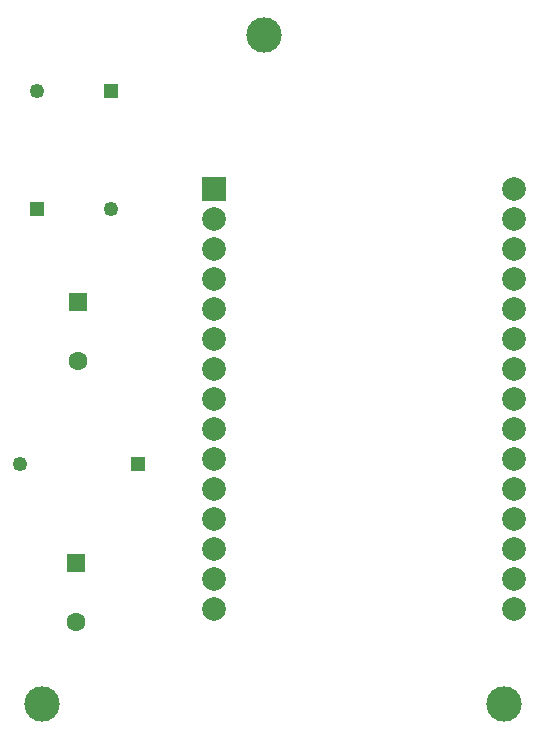
<source format=gtl>
%FSDAX23Y23*%
%MOIN*%
%SFA1B1*%

%IPPOS*%
%ADD14R,0.049212X0.049212*%
%ADD15C,0.049212*%
%ADD21R,0.049212X0.049212*%
%ADD23C,0.062992*%
%ADD24R,0.062992X0.062992*%
%ADD25R,0.078740X0.078740*%
%ADD26C,0.078740*%
%ADD27C,0.118110*%
%LNpcbenvio_esp32-1*%
%LPD*%
G54D14*
X01630Y04696D03*
X01385Y04303D03*
G54D15*
X01630Y04303D03*
X01385Y04696D03*
X01328Y03455D03*
G54D21*
X01721Y03455D03*
G54D23*
X01520Y03796D03*
X01515Y02928D03*
G54D24*
X01520Y03993D03*
X01515Y03125D03*
G54D25*
X01975Y04370D03*
G54D26*
X01975Y04270D03*
Y04170D03*
Y04070D03*
Y03970D03*
Y03870D03*
Y03770D03*
Y03670D03*
Y03570D03*
Y03470D03*
Y03370D03*
Y03270D03*
Y03170D03*
Y03070D03*
Y02970D03*
X02975Y04370D03*
Y04270D03*
Y04170D03*
Y04070D03*
Y03970D03*
Y03870D03*
Y03770D03*
Y03670D03*
Y03570D03*
Y03470D03*
Y03370D03*
Y03270D03*
Y03170D03*
Y03070D03*
Y02970D03*
G54D27*
X02140Y04885D03*
X02940Y02655D03*
X01400D03*
M02*
</source>
